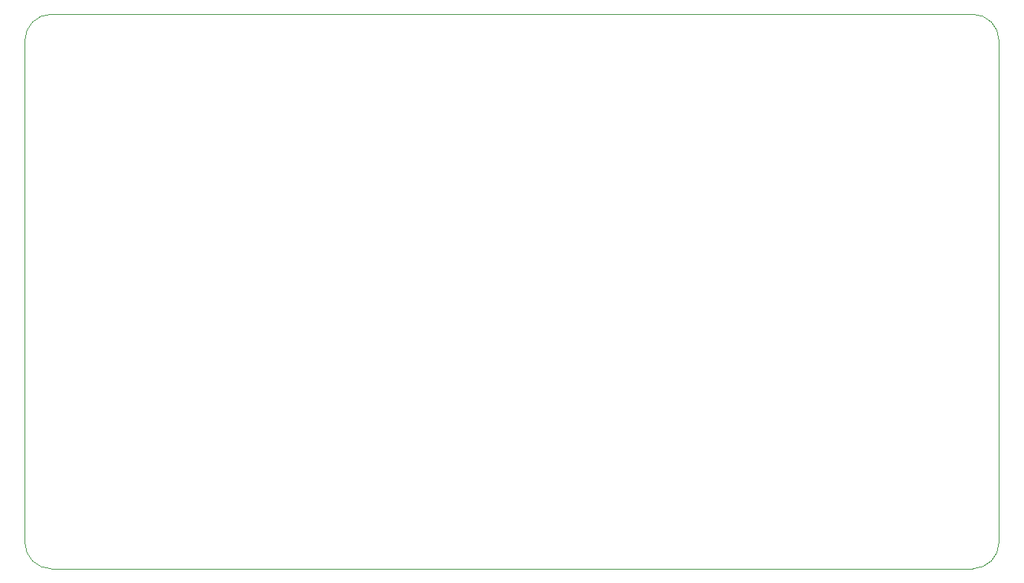
<source format=gm1>
%TF.GenerationSoftware,KiCad,Pcbnew,(5.1.12)-1*%
%TF.CreationDate,2022-01-24T11:12:20+01:00*%
%TF.ProjectId,KieraV2,4b696572-6156-4322-9e6b-696361645f70,rev?*%
%TF.SameCoordinates,Original*%
%TF.FileFunction,Profile,NP*%
%FSLAX46Y46*%
G04 Gerber Fmt 4.6, Leading zero omitted, Abs format (unit mm)*
G04 Created by KiCad (PCBNEW (5.1.12)-1) date 2022-01-24 11:12:20*
%MOMM*%
%LPD*%
G01*
G04 APERTURE LIST*
%TA.AperFunction,Profile*%
%ADD10C,0.100000*%
%TD*%
G04 APERTURE END LIST*
D10*
X210500000Y-89800000D02*
G75*
G02*
X213500000Y-92800000I0J-3000000D01*
G01*
X213500000Y-150000000D02*
G75*
G02*
X210500000Y-153000000I-3000000J0D01*
G01*
X105500000Y-153000000D02*
G75*
G02*
X102500000Y-150000000I0J3000000D01*
G01*
X102500000Y-92800000D02*
G75*
G02*
X105500000Y-89800000I3000000J0D01*
G01*
X105500000Y-153000000D02*
X210500000Y-153000000D01*
X213500000Y-92800000D02*
X213500000Y-150000000D01*
X105500000Y-89800000D02*
X210500000Y-89800000D01*
X102500000Y-92800000D02*
X102500000Y-150000000D01*
M02*

</source>
